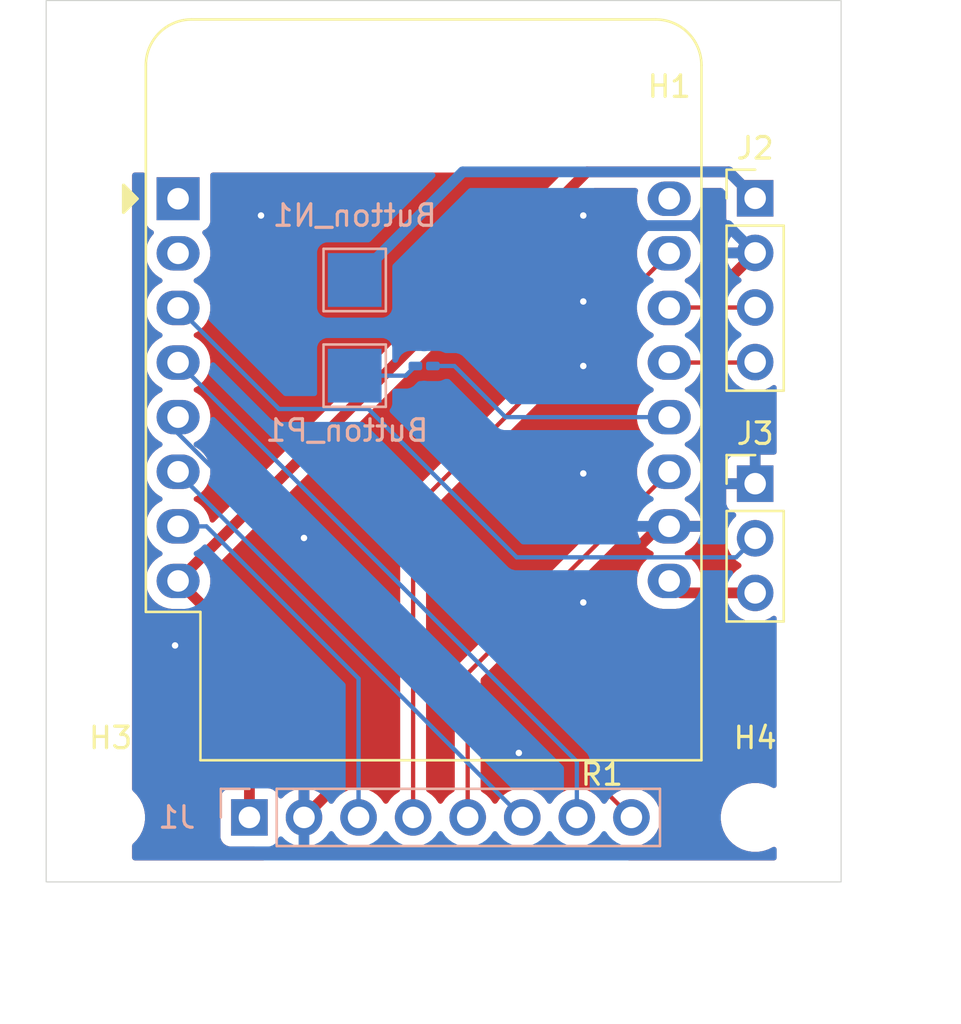
<source format=kicad_pcb>
(kicad_pcb (version 20240108) (generator "pcbnew") (generator_version "8.0")
  (layers (0 "F.Cu" signal) (31 "B.Cu" signal) (34 "B.Paste" user) (35 "F.Paste" user) (36 "B.SilkS" user "B.Silkscreen") (37 "F.SilkS" user "F.Silkscreen") (38 "B.Mask" user) (39 "F.Mask" user) (44 "Edge.Cuts" user))
  (net 0 "")
  (net 1 "+3V3")
  (net 2 "SDA")
  (net 3 "RESET")
  (net 4 "GND")
  (net 5 "CS")
  (net 6 "SCK")
  (net 7 "A0")
  (net 11 "BACKLIGHT")
  (net 12 "Net-(J1-Pin_8)")
  (net 13 "Net-(Button_N1-Pad1)")
  (net 14 "Net-(U1-D3)")
  (net 15 "TEMP_SCL")
  (net 16 "TEMP_SDA")
  (net 17 "LED")
  (net 18 "Net-(J3-Pin_3)")
  (footprint "Connector_PinHeader_2.54mm:PinHeader_1x04_P2.54mm_Vertical" (layer "F.Cu") (at 163 79.2)
    (property "Reference" "J2" (at 0 -2.33 0) (layer "F.SilkS"))
    (property "Value" "Conn_01x04_MountingPin")
    (fp_line (start -1.33 -1.33) (end 0 -1.33) (stroke (width 0.12)) (layer "F.SilkS"))
    (fp_line (start -1.33 0) (end -1.33 -1.33) (stroke (width 0.12)) (layer "F.SilkS"))
    (fp_line (start -1.33 1.27) (end -1.33 8.95) (stroke (width 0.12)) (layer "F.SilkS"))
    (fp_line (start -1.33 1.27) (end 1.33 1.27) (stroke (width 0.12)) (layer "F.SilkS"))
    (fp_line (start -1.33 8.95) (end 1.33 8.95) (stroke (width 0.12)) (layer "F.SilkS"))
    (fp_line (start 1.33 1.27) (end 1.33 8.95) (stroke (width 0.12)) (layer "F.SilkS"))
    (pad "1" thru_hole rect (at 0 0) (size 1.7 1.7) (drill 1) (layers "*.Cu" "*.Mask") (net 1 "+3V3"))
    (pad "2" thru_hole oval (at 0 2.54) (size 1.7 1.7) (drill 1) (layers "*.Cu" "*.Mask") (net 4 "GND"))
    (pad "3" thru_hole oval (at 0 5.08) (size 1.7 1.7) (drill 1) (layers "*.Cu" "*.Mask") (net 15 "TEMP_SCL"))
    (pad "4" thru_hole oval (at 0 7.62) (size 1.7 1.7) (drill 1) (layers "*.Cu" "*.Mask") (net 16 "TEMP_SDA"))
  )
  (footprint "MountingHole:MountingHole_2.7mm_M2.5" (layer "F.Cu") (at 164 74)
    (property "Reference" "H1" (at -5 0 0) (layer "F.SilkS"))
    (property "Value" "MountingHole")
    (pad "" np_thru_hole circle (at 0 0) (size 2.7 2.7) (drill 2.7) (layers "*.Cu" "*.Mask"))
  )
  (footprint "Module:WEMOS_D1_mini_light" (layer "F.Cu") (at 136.14 79.22)
    (property "Reference" "U1" (hide yes))
    (property "Value" "WeMos_D1_mini")
    (fp_line (start -1.5 19.22) (end -1.5 -6.21) (stroke (width 0.12)) (layer "F.SilkS"))
    (fp_line (start -1.5 19.22) (end 1.04 19.22) (stroke (width 0.12)) (layer "F.SilkS"))
    (fp_line (start 1.04 19.22) (end 1.04 26.12) (stroke (width 0.12)) (layer "F.SilkS"))
    (fp_line (start 1.04 26.12) (end 24.36 26.12) (stroke (width 0.12)) (layer "F.SilkS"))
    (fp_line (start 22.24 -8.34) (end 0.63 -8.34) (stroke (width 0.12)) (layer "F.SilkS"))
    (fp_line (start 24.36 26.12) (end 24.36 -6.21) (stroke (width 0.12)) (layer "F.SilkS"))
    (fp_arc (start -1.5 -6.21) (mid -0.876137 -7.716137) (end 0.63 -8.34) (stroke (width 0.12)) (layer "F.SilkS"))
    (fp_arc (start 22.23 -8.34) (mid 23.736137 -7.716137) (end 24.36 -6.21) (stroke (width 0.12)) (layer "F.SilkS"))
    (fp_poly (pts (xy -2.54 -0.635) (xy -2.54 0.635) (xy -1.905 0)) (stroke (width 0.15)) (fill solid) (layer "F.SilkS"))
    (pad "1" thru_hole rect (at 0 0) (size 2 2) (drill 1) (layers "*.Cu" "*.Mask"))
    (pad "2" thru_hole oval (at 0 2.54) (size 2 1.6) (drill 1) (layers "*.Cu" "*.Mask"))
    (pad "3" thru_hole oval (at 0 5.08) (size 2 1.6) (drill 1) (layers "*.Cu" "*.Mask") (net 17 "LED"))
    (pad "4" thru_hole oval (at 0 7.62) (size 2 1.6) (drill 1) (layers "*.Cu" "*.Mask") (net 6 "SCK"))
    (pad "5" thru_hole oval (at 0 10.16) (size 2 1.6) (drill 1) (layers "*.Cu" "*.Mask") (net 11 "BACKLIGHT"))
    (pad "6" thru_hole oval (at 0 12.7) (size 2 1.6) (drill 1) (layers "*.Cu" "*.Mask") (net 2 "SDA"))
    (pad "7" thru_hole oval (at 0 15.24) (size 2 1.6) (drill 1) (layers "*.Cu" "*.Mask") (net 5 "CS"))
    (pad "8" thru_hole oval (at 0 17.78) (size 2 1.6) (drill 1) (layers "*.Cu" "*.Mask") (net 1 "+3V3"))
    (pad "9" thru_hole oval (at 22.86 17.78) (size 2 1.6) (drill 1) (layers "*.Cu" "*.Mask") (net 18 "Net-(J3-Pin_3)"))
    (pad "10" thru_hole oval (at 22.86 15.24) (size 2 1.6) (drill 1) (layers "*.Cu" "*.Mask") (net 4 "GND"))
    (pad "11" thru_hole oval (at 22.86 12.7) (size 2 1.6) (drill 1) (layers "*.Cu" "*.Mask") (net 7 "A0"))
    (pad "12" thru_hole oval (at 22.86 10.16) (size 2 1.6) (drill 1) (layers "*.Cu" "*.Mask") (net 14 "Net-(U1-D3)"))
    (pad "13" thru_hole oval (at 22.86 7.62) (size 2 1.6) (drill 1) (layers "*.Cu" "*.Mask") (net 16 "TEMP_SDA"))
    (pad "14" thru_hole oval (at 22.86 5.08) (size 2 1.6) (drill 1) (layers "*.Cu" "*.Mask") (net 15 "TEMP_SCL"))
    (pad "15" thru_hole oval (at 22.86 2.54) (size 2 1.6) (drill 1) (layers "*.Cu" "*.Mask") (net 3 "RESET"))
    (pad "16" thru_hole oval (at 22.86 0) (size 2 1.6) (drill 1) (layers "*.Cu" "*.Mask"))
  )
  (footprint "MountingHole:MountingHole_2.7mm_M2.5" (layer "F.Cu") (at 163 108)
    (property "Reference" "H4" (at 0 -3.7 0) (layer "F.SilkS"))
    (property "Value" "MountingHole")
    (pad "" np_thru_hole circle (at 0 0) (size 2.7 2.7) (drill 2.7) (layers "*.Cu" "*.Mask"))
  )
  (footprint "Capacitor_SMD:C_0201_0603Metric_Pad0.64x0.40mm_HandSolder" (layer "F.Cu") (at 153.4325 106)
    (property "Reference" "R1" (at 2.4325 0 0) (layer "F.SilkS"))
    (property "Value" "10ohm")
    (pad "1" smd roundrect (at -0.4075 0) (size 0.635 0.4) (layers "F.Cu" "F.Mask") (net 11 "BACKLIGHT"))
    (pad "2" smd roundrect (at 0.4075 0) (size 0.635 0.4) (layers "F.Cu" "F.Mask") (net 12 "Net-(J1-Pin_8)"))
  )
  (footprint "MountingHole:MountingHole_2.7mm_M2.5" (layer "F.Cu") (at 133 108)
    (property "Reference" "H3" (at 0 -3.7 0) (layer "F.SilkS"))
    (property "Value" "MountingHole")
    (pad "" np_thru_hole circle (at 0 0) (size 2.7 2.7) (drill 2.7) (layers "*.Cu" "*.Mask"))
  )
  (footprint "Connector_PinHeader_2.54mm:PinHeader_1x03_P2.54mm_Vertical" (layer "F.Cu") (at 163 92.475)
    (property "Reference" "J3" (at 0 -2.33 0) (layer "F.SilkS"))
    (property "Value" "Conn_01x03_MountingPin")
    (fp_line (start -1.33 -1.33) (end 0 -1.33) (stroke (width 0.12)) (layer "F.SilkS"))
    (fp_line (start -1.33 0) (end -1.33 -1.33) (stroke (width 0.12)) (layer "F.SilkS"))
    (fp_line (start -1.33 1.27) (end -1.33 6.41) (stroke (width 0.12)) (layer "F.SilkS"))
    (fp_line (start -1.33 1.27) (end 1.33 1.27) (stroke (width 0.12)) (layer "F.SilkS"))
    (fp_line (start -1.33 6.41) (end 1.33 6.41) (stroke (width 0.12)) (layer "F.SilkS"))
    (fp_line (start 1.33 1.27) (end 1.33 6.41) (stroke (width 0.12)) (layer "F.SilkS"))
    (pad "1" thru_hole rect (at 0 0) (size 1.7 1.7) (drill 1) (layers "*.Cu" "*.Mask") (net 4 "GND"))
    (pad "2" thru_hole oval (at 0 2.54) (size 1.7 1.7) (drill 1) (layers "*.Cu" "*.Mask") (net 17 "LED"))
    (pad "3" thru_hole oval (at 0 5.08) (size 1.7 1.7) (drill 1) (layers "*.Cu" "*.Mask") (net 18 "Net-(J3-Pin_3)"))
  )
  (footprint "Capacitor_SMD:C_0201_0603Metric_Pad0.64x0.40mm_HandSolder" (layer "B.Cu") (at 147.5925 87 180)
    (property "Reference" "R2" (hide yes))
    (property "Value" "10ohm" (hide yes))
    (pad "1" smd roundrect (at -0.4075 0 180) (size 0.635 0.4) (layers "B.Cu" "B.Mask") (net 14 "Net-(U1-D3)"))
    (pad "2" smd roundrect (at 0.4075 0 180) (size 0.635 0.4) (layers "B.Cu" "B.Mask") (net 13 "Net-(Button_N1-Pad1)"))
  )
  (footprint "TestPoint:TestPoint_Pad_2.5x2.5mm" (layer "B.Cu") (at 144.36 83 180)
    (property "Reference" "Button_P1" (at 0.36 -7 0) (layer "B.SilkS") (effects (justify mirror)))
    (property "Value" "TestPoint")
    (fp_line (start 1.45 1.45) (end -1.45 1.45) (stroke (width 0.12)) (layer "B.SilkS"))
    (fp_line (start 1.45 -1.45) (end 1.45 1.45) (stroke (width 0.12)) (layer "B.SilkS"))
    (fp_line (start -1.45 1.45) (end -1.45 -1.45) (stroke (width 0.12)) (layer "B.SilkS"))
    (fp_line (start -1.45 -1.45) (end 1.45 -1.45) (stroke (width 0.12)) (layer "B.SilkS"))
    (pad "1" smd rect (at 0 0 180) (size 2.5 2.5) (layers "B.Cu" "B.Mask") (net 1 "+3V3"))
  )
  (footprint "TestPoint:TestPoint_Pad_2.5x2.5mm" (layer "B.Cu") (at 144.36 87.45 180)
    (property "Reference" "Button_N1" (at 0 7.45 0) (layer "B.SilkS") (effects (justify mirror)))
    (property "Value" "TestPoint" (hide yes))
    (fp_line (start 1.45 1.45) (end -1.45 1.45) (stroke (width 0.12)) (layer "B.SilkS"))
    (fp_line (start 1.45 -1.45) (end 1.45 1.45) (stroke (width 0.12)) (layer "B.SilkS"))
    (fp_line (start -1.45 1.45) (end -1.45 -1.45) (stroke (width 0.12)) (layer "B.SilkS"))
    (fp_line (start -1.45 -1.45) (end 1.45 -1.45) (stroke (width 0.12)) (layer "B.SilkS"))
    (pad "1" smd rect (at 0 0 180) (size 2.5 2.5) (layers "B.Cu" "B.Mask") (net 13 "Net-(Button_N1-Pad1)"))
  )
  (footprint "Connector_PinHeader_2.54mm:PinHeader_1x08_P2.54mm_Vertical" (layer "B.Cu") (at 139.46 108 -90)
    (property "Reference" "J1" (at 0 3.38 0) (layer "B.SilkS") (effects (justify mirror)))
    (property "Value" "Conn_01x08_MountingPin")
    (fp_line (start -1.33 1.33) (end -1.33 0) (stroke (width 0.12)) (layer "B.SilkS"))
    (fp_line (start 0 1.33) (end -1.33 1.33) (stroke (width 0.12)) (layer "B.SilkS"))
    (fp_line (start 1.33 -1.27) (end -1.33 -1.27) (stroke (width 0.12)) (layer "B.SilkS"))
    (fp_line (start -1.33 -19.11) (end -1.33 -1.27) (stroke (width 0.12)) (layer "B.SilkS"))
    (fp_line (start 1.33 -19.11) (end 1.33 -1.27) (stroke (width 0.12)) (layer "B.SilkS"))
    (fp_line (start 1.33 -19.11) (end -1.33 -19.11) (stroke (width 0.12)) (layer "B.SilkS"))
    (pad "1" thru_hole rect (at 0 0 270) (size 1.7 1.7) (drill 1) (layers "*.Cu" "*.Mask") (net 1 "+3V3"))
    (pad "2" thru_hole oval (at 0 -2.54 270) (size 1.7 1.7) (drill 1) (layers "*.Cu" "*.Mask") (net 4 "GND"))
    (pad "3" thru_hole oval (at 0 -5.08 270) (size 1.7 1.7) (drill 1) (layers "*.Cu" "*.Mask") (net 5 "CS"))
    (pad "4" thru_hole oval (at 0 -7.62 270) (size 1.7 1.7) (drill 1) (layers "*.Cu" "*.Mask") (net 3 "RESET"))
    (pad "5" thru_hole oval (at 0 -10.16 270) (size 1.7 1.7) (drill 1) (layers "*.Cu" "*.Mask") (net 7 "A0"))
    (pad "6" thru_hole oval (at 0 -12.7 270) (size 1.7 1.7) (drill 1) (layers "*.Cu" "*.Mask") (net 2 "SDA"))
    (pad "7" thru_hole oval (at 0 -15.24 270) (size 1.7 1.7) (drill 1) (layers "*.Cu" "*.Mask") (net 6 "SCK"))
    (pad "8" thru_hole oval (at 0 -17.78 270) (size 1.7 1.7) (drill 1) (layers "*.Cu" "*.Mask") (net 12 "Net-(J1-Pin_8)"))
  )
  (gr_rect (start 130 70) (end 167 111) (stroke (width 0.05)) (fill none) (layer "Edge.Cuts"))
  (segment (start 161.77 77.97) (end 155.17 77.97) (width 0.5) (layer "F.Cu") (net 1))
  (segment (start 139.46 100.32) (end 136.14 97) (width 0.5) (layer "F.Cu") (net 1))
  (segment (start 163 79.2) (end 161.77 77.97) (width 0.5) (layer "F.Cu") (net 1))
  (segment (start 155.17 77.97) (end 136.14 97) (width 0.5) (layer "F.Cu") (net 1))
  (segment (start 139.46 108) (end 139.46 100.32) (width 0.5) (layer "F.Cu") (net 1))
  (segment (start 144.36 83) (end 149.39 77.97) (width 0.5) (layer "B.Cu") (net 1))
  (segment (start 149.39 77.97) (end 161.77 77.97) (width 0.5) (layer "B.Cu") (net 1))
  (segment (start 161.77 77.97) (end 163 79.2) (width 0.5) (layer "B.Cu") (net 1))
  (segment (start 152.16 108) (end 136.14 91.98) (width 0.2) (layer "B.Cu") (net 2))
  (segment (start 136.14 91.98) (end 136.14 91.92) (width 0.2) (layer "B.Cu") (net 2))
  (segment (start 147.08 108) (end 147.08 93.68) (width 0.2) (layer "F.Cu") (net 3))
  (segment (start 147.08 93.68) (end 159 81.76) (width 0.2) (layer "F.Cu") (net 3))
  (segment (start 158.54 94.46) (end 157 96) (width 0.5) (layer "F.Cu") (net 4))
  (segment (start 159 94.46) (end 158.54 94.46) (width 0.5) (layer "F.Cu") (net 4))
  (segment (start 163 81.74) (end 161.74 83) (width 0.5) (layer "F.Cu") (net 4))
  (segment (start 161.74 83) (end 161 83) (width 0.5) (layer "F.Cu") (net 4))
  (segment (start 142 108) (end 143 107) (width 0.5) (layer "F.Cu") (net 4))
  (via (at 142 95) (size 0.6) (drill 0.3) (layers "F.Cu" "B.Cu") (net 4))
  (via (at 155 92) (size 0.6) (drill 0.3) (layers "F.Cu" "B.Cu") (net 4))
  (via (at 136 100) (size 0.6) (drill 0.3) (layers "F.Cu" "B.Cu") (net 4))
  (via (at 140 80) (size 0.6) (drill 0.3) (layers "F.Cu" "B.Cu") (net 4))
  (via (at 155 80) (size 0.6) (drill 0.3) (layers "F.Cu" "B.Cu") (net 4))
  (via (at 155 84) (size 0.6) (drill 0.3) (layers "F.Cu" "B.Cu") (net 4))
  (via (at 155 98) (size 0.6) (drill 0.3) (layers "F.Cu" "B.Cu") (net 4))
  (via (at 155 87) (size 0.6) (drill 0.3) (layers "F.Cu" "B.Cu") (net 4))
  (segment (start 163 81.74) (end 161.73 80.47) (width 0.5) (layer "B.Cu") (net 4))
  (segment (start 161.73 80.47) (end 157.53 80.47) (width 0.5) (layer "B.Cu") (net 4))
  (segment (start 157.53 80.47) (end 157 81) (width 0.5) (layer "B.Cu") (net 4))
  (segment (start 137.46 94.46) (end 136.14 94.46) (width 0.2) (layer "B.Cu") (net 5))
  (segment (start 144.54 101.54) (end 137.46 94.46) (width 0.2) (layer "B.Cu") (net 5))
  (segment (start 144.54 108) (end 144.54 101.54) (width 0.2) (layer "B.Cu") (net 5))
  (segment (start 154.7 105.4) (end 136.14 86.84) (width 0.2) (layer "B.Cu") (net 6))
  (segment (start 154.7 108) (end 154.7 105.4) (width 0.2) (layer "B.Cu") (net 6))
  (segment (start 149.62 101.3) (end 159 91.92) (width 0.2) (layer "F.Cu") (net 7))
  (segment (start 149.62 108) (end 149.62 101.3) (width 0.2) (layer "F.Cu") (net 7))
  (segment (start 153.025 106) (end 153 106) (width 0.2) (layer "F.Cu") (net 11))
  (segment (start 153 106) (end 152 105) (width 0.2) (layer "F.Cu") (net 11))
  (via (at 152 105) (size 0.6) (drill 0.3) (layers "F.Cu" "B.Cu") (net 11))
  (segment (start 152 105) (end 151 105) (width 0.2) (layer "B.Cu") (net 11))
  (segment (start 136.14 90.14) (end 136.14 89.38) (width 0.2) (layer "B.Cu") (net 11))
  (segment (start 151 105) (end 136.14 90.14) (width 0.2) (layer "B.Cu") (net 11))
  (segment (start 153.84 106) (end 155.24 106) (width 0.2) (layer "F.Cu") (net 12))
  (segment (start 157.24 108.735) (end 157.24 108) (width 0.2) (layer "F.Cu") (net 12))
  (segment (start 155.24 106) (end 157.24 108) (width 0.2) (layer "F.Cu") (net 12))
  (segment (start 144.36 87.45) (end 146.735 87.45) (width 0.2) (layer "B.Cu") (net 13))
  (segment (start 146.735 87.45) (end 147.185 87) (width 0.2) (layer "B.Cu") (net 13))
  (segment (start 149 87) (end 151.38 89.38) (width 0.2) (layer "B.Cu") (net 14))
  (segment (start 148 87) (end 149 87) (width 0.2) (layer "B.Cu") (net 14))
  (segment (start 151.38 89.38) (end 159 89.38) (width 0.2) (layer "B.Cu") (net 14))
  (segment (start 159.02 84.28) (end 159 84.3) (width 0.2) (layer "F.Cu") (net 15))
  (segment (start 163 84.28) (end 159.02 84.28) (width 0.2) (layer "F.Cu") (net 15))
  (segment (start 159 86.84) (end 162.98 86.84) (width 0.2) (layer "F.Cu") (net 16))
  (segment (start 162.98 86.84) (end 163 86.82) (width 0.2) (layer "F.Cu") (net 16))
  (segment (start 145 89) (end 140.84 89) (width 0.2) (layer "B.Cu") (net 17))
  (segment (start 163 95.015) (end 162.115 95.9) (width 0.2) (layer "B.Cu") (net 17))
  (segment (start 140.84 89) (end 136.14 84.3) (width 0.2) (layer "B.Cu") (net 17))
  (segment (start 162.115 95.9) (end 151.9 95.9) (width 0.2) (layer "B.Cu") (net 17))
  (segment (start 151.9 95.9) (end 145 89) (width 0.2) (layer "B.Cu") (net 17))
  (segment (start 159.555 97.555) (end 159 97) (width 0.2) (layer "F.Cu") (net 18))
  (segment (start 163 97.555) (end 159.555 97.555) (width 0.5) (layer "F.Cu") (net 18))
  (zone (net 4) (net_name "GND") (layers "F&B.Cu") (connect_pads (clearance 0.5)) (min_thickness 0.25) (fill yes (thermal_gap 0.5) (thermal_bridge_width 0.5))
    (polygon (pts (xy 134 110) (xy 134 78) (xy 164 78) (xy 164 110)))
  )
)
</source>
